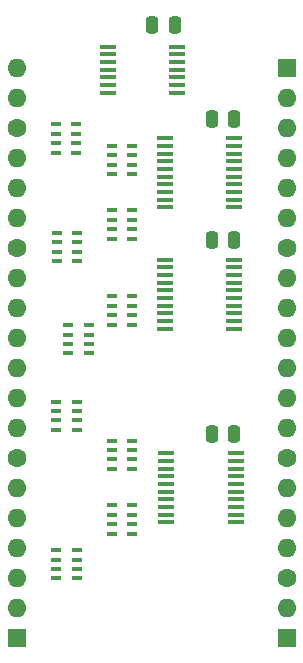
<source format=gts>
%TF.GenerationSoftware,KiCad,Pcbnew,9.0.2*%
%TF.CreationDate,2025-06-08T18:24:14+02:00*%
%TF.ProjectId,GPIO Bus,4750494f-2042-4757-932e-6b696361645f,V1*%
%TF.SameCoordinates,Original*%
%TF.FileFunction,Soldermask,Top*%
%TF.FilePolarity,Negative*%
%FSLAX46Y46*%
G04 Gerber Fmt 4.6, Leading zero omitted, Abs format (unit mm)*
G04 Created by KiCad (PCBNEW 9.0.2) date 2025-06-08 18:24:14*
%MOMM*%
%LPD*%
G01*
G04 APERTURE LIST*
G04 Aperture macros list*
%AMRoundRect*
0 Rectangle with rounded corners*
0 $1 Rounding radius*
0 $2 $3 $4 $5 $6 $7 $8 $9 X,Y pos of 4 corners*
0 Add a 4 corners polygon primitive as box body*
4,1,4,$2,$3,$4,$5,$6,$7,$8,$9,$2,$3,0*
0 Add four circle primitives for the rounded corners*
1,1,$1+$1,$2,$3*
1,1,$1+$1,$4,$5*
1,1,$1+$1,$6,$7*
1,1,$1+$1,$8,$9*
0 Add four rect primitives between the rounded corners*
20,1,$1+$1,$2,$3,$4,$5,0*
20,1,$1+$1,$4,$5,$6,$7,0*
20,1,$1+$1,$6,$7,$8,$9,0*
20,1,$1+$1,$8,$9,$2,$3,0*%
G04 Aperture macros list end*
%ADD10R,1.475000X0.450000*%
%ADD11O,1.600000X1.600000*%
%ADD12C,1.600000*%
%ADD13RoundRect,0.250000X-0.550000X-0.550000X0.550000X-0.550000X0.550000X0.550000X-0.550000X0.550000X0*%
%ADD14R,1.600000X1.600000*%
%ADD15R,0.950000X0.450000*%
%ADD16R,0.900000X0.450000*%
%ADD17RoundRect,0.250000X0.250000X0.475000X-0.250000X0.475000X-0.250000X-0.475000X0.250000X-0.475000X0*%
G04 APERTURE END LIST*
D10*
%TO.C,IC1*%
X7713000Y1793000D03*
X7713000Y1143000D03*
X7713000Y493000D03*
X7713000Y-157000D03*
X7713000Y-807000D03*
X7713000Y-1457000D03*
X7713000Y-2107000D03*
X13589000Y-2107000D03*
X13589000Y-1457000D03*
X13589000Y-807000D03*
X13589000Y-157000D03*
X13589000Y493000D03*
X13589000Y1143000D03*
X13589000Y1793000D03*
%TD*%
D11*
%TO.C,J1*%
X0Y0D03*
X0Y-2540000D03*
D12*
X0Y-5080000D03*
D11*
X0Y-7620000D03*
X0Y-10160000D03*
X0Y-12700000D03*
D12*
X0Y-15240000D03*
D11*
X0Y-17780000D03*
X0Y-20320000D03*
X0Y-22860000D03*
X0Y-25400000D03*
X0Y-27940000D03*
X0Y-30480000D03*
D12*
X0Y-33020000D03*
D11*
X0Y-35560000D03*
X0Y-38100000D03*
X0Y-40640000D03*
X0Y-43180000D03*
X0Y-45720000D03*
D13*
X0Y-48260000D03*
D14*
X22860000Y-48260000D03*
D11*
X22860000Y-45720000D03*
D12*
X22860000Y-43180000D03*
D11*
X22860000Y-40640000D03*
X22860000Y-38100000D03*
X22860000Y-35560000D03*
D12*
X22860000Y-33020000D03*
D11*
X22860000Y-30480000D03*
X22860000Y-27940000D03*
X22860000Y-25400000D03*
X22860000Y-22860000D03*
X22860000Y-20320000D03*
X22860000Y-17780000D03*
D12*
X22860000Y-15240000D03*
D11*
X22860000Y-12700000D03*
X22860000Y-10160000D03*
X22860000Y-7620000D03*
X22860000Y-5080000D03*
X22860000Y-2540000D03*
D14*
X22860000Y0D03*
%TD*%
D15*
%TO.C,CN5*%
X9740000Y-33966000D03*
X9740000Y-33166000D03*
X9740000Y-32366000D03*
X9740000Y-31566000D03*
X8040000Y-31566000D03*
X8040000Y-32366000D03*
X8040000Y-33166000D03*
X8040000Y-33966000D03*
%TD*%
D16*
%TO.C,RN1*%
X5070000Y-43237000D03*
X5070000Y-42437000D03*
X5070000Y-41637000D03*
X5070000Y-40837000D03*
X3370000Y-40837000D03*
X3370000Y-41637000D03*
X3370000Y-42437000D03*
X3370000Y-43237000D03*
%TD*%
D15*
%TO.C,CN4*%
X9740000Y-39446000D03*
X9740000Y-38646000D03*
X9740000Y-37846000D03*
X9740000Y-37046000D03*
X8040000Y-37046000D03*
X8040000Y-37846000D03*
X8040000Y-38646000D03*
X8040000Y-39446000D03*
%TD*%
D17*
%TO.C,C7*%
X18415000Y-30988000D03*
X16515000Y-30988000D03*
%TD*%
D16*
%TO.C,RN5*%
X6086000Y-24187000D03*
X6086000Y-23387000D03*
X6086000Y-22587000D03*
X6086000Y-21787000D03*
X4386000Y-21787000D03*
X4386000Y-22587000D03*
X4386000Y-23387000D03*
X4386000Y-24187000D03*
%TD*%
D15*
%TO.C,CN1*%
X9779000Y-14478000D03*
X9779000Y-13678000D03*
X9779000Y-12878000D03*
X9779000Y-12078000D03*
X8079000Y-12078000D03*
X8079000Y-12878000D03*
X8079000Y-13678000D03*
X8079000Y-14478000D03*
%TD*%
D16*
%TO.C,RN3*%
X3302000Y-4788000D03*
X3302000Y-5588000D03*
X3302000Y-6388000D03*
X3302000Y-7188000D03*
X5002000Y-7188000D03*
X5002000Y-6388000D03*
X5002000Y-5588000D03*
X5002000Y-4788000D03*
%TD*%
D17*
%TO.C,C3*%
X18415000Y-14605000D03*
X16515000Y-14605000D03*
%TD*%
D16*
%TO.C,RN2*%
X5070000Y-30664000D03*
X5070000Y-29864000D03*
X5070000Y-29064000D03*
X5070000Y-28264000D03*
X3370000Y-28264000D03*
X3370000Y-29064000D03*
X3370000Y-29864000D03*
X3370000Y-30664000D03*
%TD*%
D17*
%TO.C,C2*%
X18415000Y-4318000D03*
X16515000Y-4318000D03*
%TD*%
D16*
%TO.C,RN4*%
X3380000Y-13983000D03*
X3380000Y-14783000D03*
X3380000Y-15583000D03*
X3380000Y-16383000D03*
X5080000Y-16383000D03*
X5080000Y-15583000D03*
X5080000Y-14783000D03*
X5080000Y-13983000D03*
%TD*%
D10*
%TO.C,IC3*%
X12556000Y-16252000D03*
X12556000Y-16902000D03*
X12556000Y-17552000D03*
X12556000Y-18202000D03*
X12556000Y-18852000D03*
X12556000Y-19502000D03*
X12556000Y-20152000D03*
X12556000Y-20802000D03*
X12556000Y-21452000D03*
X12556000Y-22102000D03*
X18432000Y-22102000D03*
X18432000Y-21452000D03*
X18432000Y-20802000D03*
X18432000Y-20152000D03*
X18432000Y-19502000D03*
X18432000Y-18852000D03*
X18432000Y-18202000D03*
X18432000Y-17552000D03*
X18432000Y-16902000D03*
X18432000Y-16252000D03*
%TD*%
D15*
%TO.C,CN3*%
X9779000Y-21755000D03*
X9779000Y-20955000D03*
X9779000Y-20155000D03*
X9779000Y-19355000D03*
X8079000Y-19355000D03*
X8079000Y-20155000D03*
X8079000Y-20955000D03*
X8079000Y-21755000D03*
%TD*%
D10*
%TO.C,IC4*%
X12683000Y-32635000D03*
X12683000Y-33285000D03*
X12683000Y-33935000D03*
X12683000Y-34585000D03*
X12683000Y-35235000D03*
X12683000Y-35885000D03*
X12683000Y-36535000D03*
X12683000Y-37185000D03*
X12683000Y-37835000D03*
X12683000Y-38485000D03*
X18559000Y-38485000D03*
X18559000Y-37835000D03*
X18559000Y-37185000D03*
X18559000Y-36535000D03*
X18559000Y-35885000D03*
X18559000Y-35235000D03*
X18559000Y-34585000D03*
X18559000Y-33935000D03*
X18559000Y-33285000D03*
X18559000Y-32635000D03*
%TD*%
D17*
%TO.C,C8*%
X13363000Y3653000D03*
X11463000Y3653000D03*
%TD*%
D15*
%TO.C,CN2*%
X9779000Y-9017000D03*
X9779000Y-8217000D03*
X9779000Y-7417000D03*
X9779000Y-6617000D03*
X8079000Y-6617000D03*
X8079000Y-7417000D03*
X8079000Y-8217000D03*
X8079000Y-9017000D03*
%TD*%
D10*
%TO.C,IC2*%
X12556000Y-5965000D03*
X12556000Y-6615000D03*
X12556000Y-7265000D03*
X12556000Y-7915000D03*
X12556000Y-8565000D03*
X12556000Y-9215000D03*
X12556000Y-9865000D03*
X12556000Y-10515000D03*
X12556000Y-11165000D03*
X12556000Y-11815000D03*
X18432000Y-11815000D03*
X18432000Y-11165000D03*
X18432000Y-10515000D03*
X18432000Y-9865000D03*
X18432000Y-9215000D03*
X18432000Y-8565000D03*
X18432000Y-7915000D03*
X18432000Y-7265000D03*
X18432000Y-6615000D03*
X18432000Y-5965000D03*
%TD*%
M02*

</source>
